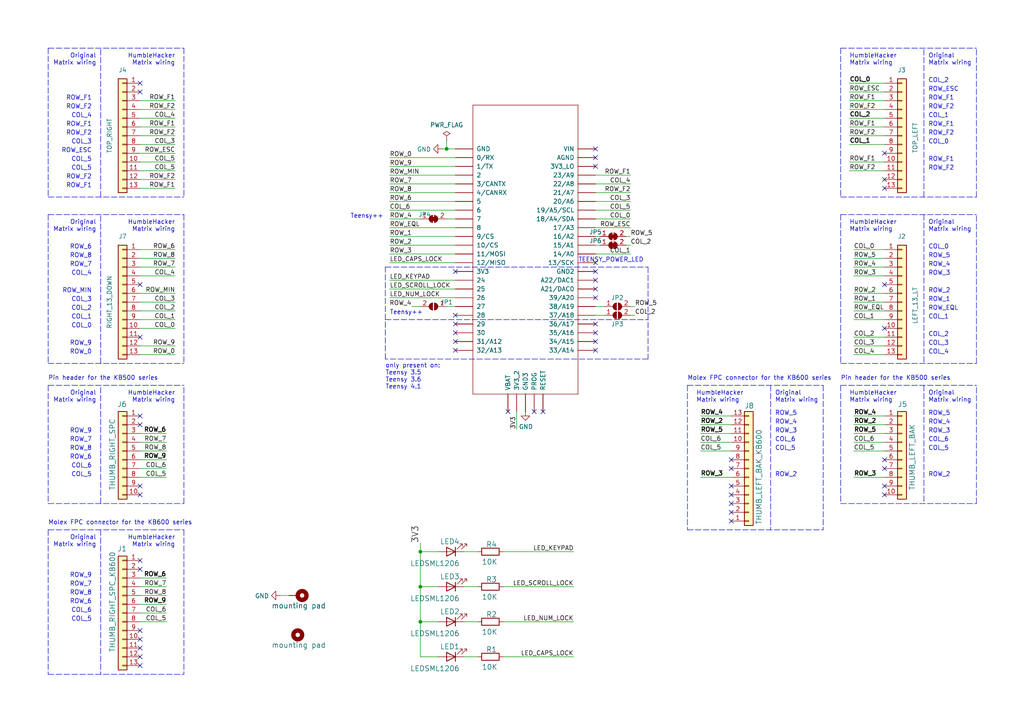
<source format=kicad_sch>
(kicad_sch (version 20211123) (generator eeschema)
  (paper "A4")
  (title_block (title "kinT keyboard controller") (date "2021-06-26") (company "Michael Stapelberg") (comment 1 "https://github.com/kinx-project/kint"))
  (lib_symbols
    (symbol "Connector_Generic:Conn_01x10" (pin_names (offset 1.016) hide)
      (property "Reference" "J" (at 0 12.7 0))
      (property "Value" "Conn_01x10" (at 0 -15.24 0))
      (symbol "Conn_01x10_1_1"
        (rectangle (start -1.27 -12.573) (end 0 -12.827) (stroke (width 0.1524)))
        (rectangle (start -1.27 -10.033) (end 0 -10.287) (stroke (width 0.1524)))
        (rectangle (start -1.27 -7.493) (end 0 -7.747) (stroke (width 0.1524)))
        (rectangle (start -1.27 -4.953) (end 0 -5.207) (stroke (width 0.1524)))
        (rectangle (start -1.27 -2.413) (end 0 -2.667) (stroke (width 0.1524)))
        (rectangle (start -1.27 0.127) (end 0 -0.127) (stroke (width 0.1524)))
        (rectangle (start -1.27 2.667) (end 0 2.413) (stroke (width 0.1524)))
        (rectangle (start -1.27 5.207) (end 0 4.953) (stroke (width 0.1524)))
        (rectangle (start -1.27 7.747) (end 0 7.493) (stroke (width 0.1524)))
        (rectangle (start -1.27 10.287) (end 0 10.033) (stroke (width 0.1524)))
        (rectangle (start -1.27 11.43) (end 1.27 -13.97) (stroke (width 0.254)) (fill (type background)))
        (pin passive line (at -5.08 10.16 0) (length 3.81) (name "Pin_1") (number "1"))
        (pin passive line (at -5.08 -12.7 0) (length 3.81) (name "Pin_10") (number "10"))
        (pin passive line (at -5.08 7.62 0) (length 3.81) (name "Pin_2") (number "2"))
        (pin passive line (at -5.08 5.08 0) (length 3.81) (name "Pin_3") (number "3"))
        (pin passive line (at -5.08 2.54 0) (length 3.81) (name "Pin_4") (number "4"))
        (pin passive line (at -5.08 0 0) (length 3.81) (name "Pin_5") (number "5"))
        (pin passive line (at -5.08 -2.54 0) (length 3.81) (name "Pin_6") (number "6"))
        (pin passive line (at -5.08 -5.08 0) (length 3.81) (name "Pin_7") (number "7"))
        (pin passive line (at -5.08 -7.62 0) (length 3.81) (name "Pin_8") (number "8"))
        (pin passive line (at -5.08 -10.16 0) (length 3.81) (name "Pin_9") (number "9"))
      )
    )
    (symbol "Connector_Generic:Conn_01x13" (pin_names (offset 1.016) hide)
      (property "Reference" "J" (at 0 17.78 0))
      (property "Value" "Conn_01x13" (at 0 -17.78 0))
      (symbol "Conn_01x13_1_1"
        (rectangle (start -1.27 -15.113) (end 0 -15.367) (stroke (width 0.1524)))
        (rectangle (start -1.27 -12.573) (end 0 -12.827) (stroke (width 0.1524)))
        (rectangle (start -1.27 -10.033) (end 0 -10.287) (stroke (width 0.1524)))
        (rectangle (start -1.27 -7.493) (end 0 -7.747) (stroke (width 0.1524)))
        (rectangle (start -1.27 -4.953) (end 0 -5.207) (stroke (width 0.1524)))
        (rectangle (start -1.27 -2.413) (end 0 -2.667) (stroke (width 0.1524)))
        (rectangle (start -1.27 0.127) (end 0 -0.127) (stroke (width 0.1524)))
        (rectangle (start -1.27 2.667) (end 0 2.413) (stroke (width 0.1524)))
        (rectangle (start -1.27 5.207) (end 0 4.953) (stroke (width 0.1524)))
        (rectangle (start -1.27 7.747) (end 0 7.493) (stroke (width 0.1524)))
        (rectangle (start -1.27 10.287) (end 0 10.033) (stroke (width 0.1524)))
        (rectangle (start -1.27 12.827) (end 0 12.573) (stroke (width 0.1524)))
        (rectangle (start -1.27 15.367) (end 0 15.113) (stroke (width 0.1524)))
        (rectangle (start -1.27 16.51) (end 1.27 -16.51) (stroke (width 0.254)) (fill (type background)))
        (pin passive line (at -5.08 15.24 0) (length 3.81) (name "Pin_1") (number "1"))
        (pin passive line (at -5.08 -7.62 0) (length 3.81) (name "Pin_10") (number "10"))
        (pin passive line (at -5.08 -10.16 0) (length 3.81) (name "Pin_11") (number "11"))
        (pin passive line (at -5.08 -12.7 0) (length 3.81) (name "Pin_12") (number "12"))
        (pin passive line (at -5.08 -15.24 0) (length 3.81) (name "Pin_13") (number "13"))
        (pin passive line (at -5.08 12.7 0) (length 3.81) (name "Pin_2") (number "2"))
        (pin passive line (at -5.08 10.16 0) (length 3.81) (name "Pin_3") (number "3"))
        (pin passive line (at -5.08 7.62 0) (length 3.81) (name "Pin_4") (number "4"))
        (pin passive line (at -5.08 5.08 0) (length 3.81) (name "Pin_5") (number "5"))
        (pin passive line (at -5.08 2.54 0) (length 3.81) (name "Pin_6") (number "6"))
        (pin passive line (at -5.08 0 0) (length 3.81) (name "Pin_7") (number "7"))
        (pin passive line (at -5.08 -2.54 0) (length 3.81) (name "Pin_8") (number "8"))
        (pin passive line (at -5.08 -5.08 0) (length 3.81) (name "Pin_9") (number "9"))
      )
    )
    (symbol "Device:LED" (pin_numbers hide) (pin_names (offset 1.016) hide)
      (property "Reference" "D" (at 0 2.54 0))
      (property "Value" "LED" (at 0 -2.54 0))
      (symbol "LED_0_1"
        (polyline (pts (xy -1.27 -1.27) (xy -1.27 1.27)) (stroke (width 0.254)))
        (polyline (pts (xy -1.27 0) (xy 1.27 0)))
        (polyline (pts (xy 1.27 -1.27) (xy 1.27 1.27) (xy -1.27 0) (xy 1.27 -1.27)) (stroke (width 0.254)))
        (polyline (pts (xy -3.048 -0.762) (xy -4.572 -2.286) (xy -3.81 -2.286) (xy -4.572 -2.286) (xy -4.572 -1.524)))
        (polyline (pts (xy -1.778 -0.762) (xy -3.302 -2.286) (xy -2.54 -2.286) (xy -3.302 -2.286) (xy -3.302 -1.524)))
      )
      (symbol "LED_1_1"
        (pin passive line (at -3.81 0 0) (length 2.54) (name "K") (number "1"))
        (pin passive line (at 3.81 0 180) (length 2.54) (name "A") (number "2"))
      )
    )
    (symbol "Device:R" (pin_numbers hide) (pin_names (offset 0))
      (property "Reference" "R" (at 2.032 0 90))
      (property "Value" "R" (at 0 0 90))
      (symbol "R_0_1"
        (rectangle (start -1.016 -2.54) (end 1.016 2.54) (stroke (width 0.254)))
      )
      (symbol "R_1_1"
        (pin passive line (at 0 3.81 270) (length 1.27) (name "~") (number "1"))
        (pin passive line (at 0 -3.81 90) (length 1.27) (name "~") (number "2"))
      )
    )
    (symbol "Jumper:SolderJumper_2_Bridged" (pin_names (offset 0) hide)
      (property "Reference" "JP" (at 0 2.032 0))
      (property "Value" "SolderJumper_2_Bridged" (at 0 -2.54 0))
      (symbol "SolderJumper_2_Bridged_0_1"
        (rectangle (start -0.508 0.508) (end 0.508 -0.508) (fill (type outline)))
        (arc (start -0.254 1.016) (mid -1.27 0) (end -0.254 -1.016))
        (arc (start -0.254 1.016) (mid -1.27 0) (end -0.254 -1.016) (fill (type outline)))
        (polyline (pts (xy -0.254 1.016) (xy -0.254 -1.016)))
        (polyline (pts (xy 0.254 1.016) (xy 0.254 -1.016)))
        (arc (start 0.254 -1.016) (mid 1.27 0) (end 0.254 1.016))
        (arc (start 0.254 -1.016) (mid 1.27 0) (end 0.254 1.016) (fill (type outline)))
      )
      (symbol "SolderJumper_2_Bridged_1_1"
        (pin passive line (at -3.81 0 0) (length 2.54) (name "A") (number "1"))
        (pin passive line (at 3.81 0 180) (length 2.54) (name "B") (number "2"))
      )
    )
    (symbol "Jumper:SolderJumper_2_Open" (pin_names (offset 0) hide)
      (property "Reference" "JP" (at 0 2.032 0))
      (property "Value" "SolderJumper_2_Open" (at 0 -2.54 0))
      (symbol "SolderJumper_2_Open_0_1"
        (arc (start -0.254 1.016) (mid -1.27 0) (end -0.254 -1.016))
        (arc (start -0.254 1.016) (mid -1.27 0) (end -0.254 -1.016) (fill (type outline)))
        (polyline (pts (xy -0.254 1.016) (xy -0.254 -1.016)))
        (polyline (pts (xy 0.254 1.016) (xy 0.254 -1.016)))
        (arc (start 0.254 -1.016) (mid 1.27 0) (end 0.254 1.016))
        (arc (start 0.254 -1.016) (mid 1.27 0) (end 0.254 1.016) (fill (type outline)))
      )
      (symbol "SolderJumper_2_Open_1_1"
        (pin passive line (at -3.81 0 0) (length 2.54) (name "A") (number "1"))
        (pin passive line (at 3.81 0 180) (length 2.54) (name "B") (number "2"))
      )
    )
    (symbol "Mechanical:MountingHole" (pin_names (offset 1.016))
      (property "Reference" "H" (at 0 5.08 0))
      (property "Value" "MountingHole" (at 0 3.175 0))
      (symbol "MountingHole_0_1"
        (circle (center 0 0) (radius 1.27) (stroke (width 1.27)))
      )
    )
    (symbol "Mechanical:MountingHole_Pad" (pin_numbers hide) (pin_names (offset 1.016) hide)
      (property "Reference" "H" (at 0 6.35 0))
      (property "Value" "MountingHole_Pad" (at 0 4.445 0))
      (symbol "MountingHole_Pad_0_1"
        (circle (center 0 1.27) (radius 1.27) (stroke (width 1.27)))
      )
      (symbol "MountingHole_Pad_1_1"
        (pin input line (at 0 -2.54 90) (length 2.54) (name "1") (number "1"))
      )
    )
    (symbol "kinx-eagle-import:TEENSY_3.5_3.6" (pin_names (offset 1.016))
      (symbol "TEENSY_3.5_3.6_1_0"
        (polyline (pts (xy -15.24 -58.42) (xy 15.24 -58.42)))
        (polyline (pts (xy -15.24 25.4) (xy -15.24 -58.42)))
        (polyline (pts (xy -15.24 25.4) (xy 15.24 25.4)))
        (polyline (pts (xy 15.24 25.4) (xy 15.24 -58.42)))
        (pin bidirectional line (at -20.32 10.16 0) (length 5.08) (name "0/RX") (number "0/RX"))
        (pin bidirectional line (at -20.32 7.62 0) (length 5.08) (name "1/TX") (number "1/TX"))
        (pin bidirectional line (at -20.32 -15.24 0) (length 5.08) (name "10/CS") (number "10/CS"))
        (pin bidirectional line (at -20.32 -17.78 0) (length 5.08) (name "11/MOSI") (number "11/MOSI"))
        (pin bidirectional line (at -20.32 -20.32 0) (length 5.08) (name "12/MISO") (number "12/MISO"))
        (pin bidirectional line (at 20.32 -20.32 180) (length 5.08) (name "13/SCK") (number "13/SCK"))
        (pin bidirectional line (at 20.32 -17.78 180) (length 5.08) (name "14/A0") (number "14/A0"))
        (pin bidirectional line (at 20.32 -15.24 180) (length 5.08) (name "15/A1") (number "15/A1"))
        (pin bidirectional line (at 20.32 -12.7 180) (length 5.08) (name "16/A2") (number "16/A2"))
        (pin bidirectional line (at 20.32 -10.16 180) (length 5.08) (name "17/A3") (number "17/A3"))
        (pin bidirectional line (at 20.32 -7.62 180) (length 5.08) (name "18/A4/SDA") (number "18/A4/SDA"))
        (pin bidirectional line (at 20.32 -5.08 180) (length 5.08) (name "19/A5/SCL") (number "19/A5/SCL"))
        (pin bidirectional line (at -20.32 5.08 0) (length 5.08) (name "2") (number "2"))
        (pin bidirectional line (at 20.32 -2.54 180) (length 5.08) (name "20/A6") (number "20/A6"))
        (pin bidirectional line (at 20.32 0 180) (length 5.08) (name "21/A7") (number "21/A7"))
        (pin bidirectional line (at 20.32 -27.94 180) (length 5.08) (name "A21/DAC0") (number "21/DAC0"))
        (pin bidirectional line (at 20.32 2.54 180) (length 5.08) (name "22/A8") (number "22/A8"))
        (pin bidirectional line (at 20.32 5.08 180) (length 5.08) (name "23/A9") (number "23/A9"))
        (pin bidirectional line (at -20.32 -25.4 0) (length 5.08) (name "24") (number "24"))
        (pin bidirectional line (at -20.32 -27.94 0) (length 5.08) (name "25") (number "25"))
        (pin bidirectional line (at -20.32 -30.48 0) (length 5.08) (name "26") (number "26"))
        (pin bidirectional line (at -20.32 -33.02 0) (length 5.08) (name "27") (number "27"))
        (pin bidirectional line (at -20.32 -35.56 0) (length 5.08) (name "28") (number "28"))
        (pin bidirectional line (at -20.32 -38.1 0) (length 5.08) (name "29") (number "29"))
        (pin bidirectional line (at -20.32 2.54 0) (length 5.08) (name "3/CANTX") (number "3/CANTX"))
        (pin bidirectional line (at -20.32 -40.64 0) (length 5.08) (name "30") (number "30"))
        (pin bidirectional line (at -20.32 -43.18 0) (length 5.08) (name "31/A12") (number "31/A12"))
        (pin bidirectional line (at -20.32 -45.72 0) (length 5.08) (name "32/A13") (number "32/A13"))
        (pin bidirectional line (at 20.32 -45.72 180) (length 5.08) (name "33/A14") (number "33/A14"))
        (pin bidirectional line (at 20.32 -43.18 180) (length 5.08) (name "34/A15") (number "34/A15"))
        (pin bidirectional line (at 20.32 -40.64 180) (length 5.08) (name "35/A16") (number "35/A16"))
        (pin bidirectional line (at 20.32 -38.1 180) (length 5.08) (name "36/A17") (number "36/A17"))
        (pin bidirectional line (at 20.32 -35.56 180) (length 5.08) (name "37/A18") (number "37/A18"))
        (pin bidirectional line (at 20.32 -33.02 180) (length 5.08) (name "38/A19") (number "38/A19"))
        (pin bidirectional line (at 20.32 -30.48 180) (length 5.08) (name "39/A20") (number "39/A20"))
        (pin bidirectional line (at -20.32 -22.86 0) (length 5.08) (name "3V3") (number "3V3"))
        (pin bidirectional line (at -2.54 -63.5 90) (length 5.08) (name "3V3_2") (number "3V3_2"))
        (pin bidirectional line (at 20.32 7.62 180) (length 5.08) (name "3V3_LO") (number "3V3_LO"))
        (pin bidirectional line (at -20.32 0 0) (length 5.08) (name "4/CANRX") (number "4/CANRX"))
        (pin bidirectional line (at -20.32 -2.54 0) (length 5.08) (name "5") (number "5"))
        (pin bidirectional line (at -20.32 -5.08 0) (length 5.08) (name "6") (number "6"))
        (pin bidirectional line (at -20.32 -7.62 0) (length 5.08) (name "7") (number "7"))
        (pin bidirectional line (at -20.32 -10.16 0) (length 5.08) (name "8") (number "8"))
        (pin bidirectional line (at -20.32 -12.7 0) (length 5.08) (name "9/CS") (number "9/CS"))
        (pin bidirectional line (at 20.32 -25.4 180) (length 5.08) (name "A22/DAC1") (number "A22/DAC1"))
        (pin bidirectional line (at 20.32 10.16 180) (length 5.08) (name "AGND") (number "AGND"))
        (pin bidirectional line (at -20.32 12.7 0) (length 5.08) (name "GND") (number "GND"))
        (pin bidirectional line (at 20.32 -22.86 180) (length 5.08) (name "GND2") (number "GND2"))
        (pin bidirectional line (at 0 -63.5 90) (length 5.08) (name "GND3") (number "GND3"))
        (pin bidirectional line (at 2.54 -63.5 90) (length 5.08) (name "PROG") (number "PROG"))
        (pin bidirectional line (at 5.08 -63.5 90) (length 5.08) (name "RESET") (number "RESET"))
        (pin bidirectional line (at -5.08 -63.5 90) (length 5.08) (name "VBAT") (number "VBAT"))
        (pin bidirectional line (at 20.32 12.7 180) (length 5.08) (name "VIN") (number "VIN"))
      )
    )
    (symbol "power:GND" (power) (pin_names (offset 0))
      (property "Value" "GND" (at 0 -3.81 0))
      (symbol "GND_0_1"
        (polyline (pts (xy 0 0) (xy 0 -1.27) (xy 1.27 -1.27) (xy 0 -2.54) (xy -1.27 -1.27) (xy 0 -1.27)))
      )
      (symbol "GND_1_1"
        (pin power_in line (at 0 0 270) (length 0) hide (name "GND") (number "1"))
      )
    )
    (symbol "power:PWR_FLAG" (power) (pin_numbers hide) (pin_names (offset 0) hide)
      (property "Value" "PWR_FLAG" (at 0 3.81 0))
      (symbol "PWR_FLAG_0_0"
        (pin power_out line (at 0 0 90) (length 0) (name "pwr") (number "1"))
      )
      (symbol "PWR_FLAG_0_1"
        (polyline (pts (xy 0 0) (xy 0 1.27) (xy -1.016 1.905) (xy 0 2.54) (xy 1.016 1.905) (xy 0 1.27)))
      )
    )
  )
  (junction (at 129.54 43.18))
  (junction (at 121.92 160.02))
  (junction (at 121.92 170.18))
  (junction (at 121.92 180.34))
  (no_connect (at 256.54 95.25))
  (no_connect (at 172.72 43.18))
  (no_connect (at 212.09 143.51))
  (no_connect (at 40.64 24.13))
  (no_connect (at 40.64 120.65))
  (no_connect (at 40.64 190.5))
  (no_connect (at 40.64 140.97))
  (no_connect (at 172.72 76.2))
  (no_connect (at 172.72 81.28))
  (no_connect (at 132.08 99.06))
  (no_connect (at 40.64 182.88))
  (no_connect (at 256.54 52.07))
  (no_connect (at 40.64 193.04))
  (no_connect (at 172.72 78.74))
  (no_connect (at 212.09 140.97))
  (no_connect (at 172.72 83.82))
  (no_connect (at 256.54 135.89))
  (no_connect (at 40.64 26.67))
  (no_connect (at 172.72 101.6))
  (no_connect (at 256.54 143.51))
  (no_connect (at 256.54 82.55))
  (no_connect (at 40.64 97.79))
  (no_connect (at 172.72 96.52))
  (no_connect (at 172.72 48.26))
  (no_connect (at 172.72 93.98))
  (no_connect (at 40.64 162.56))
  (no_connect (at 172.72 86.36))
  (no_connect (at 132.08 78.74))
  (no_connect (at 40.64 123.19))
  (no_connect (at 256.54 140.97))
  (no_connect (at 212.09 133.35))
  (no_connect (at 172.72 99.06))
  (no_connect (at 256.54 54.61))
  (no_connect (at 256.54 133.35))
  (no_connect (at 212.09 135.89))
  (no_connect (at 132.08 96.52))
  (no_connect (at 212.09 148.59))
  (no_connect (at 40.64 143.51))
  (no_connect (at 132.08 91.44))
  (no_connect (at 40.64 82.55))
  (no_connect (at 154.94 119.38))
  (no_connect (at 256.54 44.45))
  (no_connect (at 212.09 151.13))
  (no_connect (at 172.72 45.72))
  (no_connect (at 212.09 146.05))
  (no_connect (at 40.64 185.42))
  (no_connect (at 40.64 187.96))
  (no_connect (at 147.32 119.38))
  (no_connect (at 132.08 93.98))
  (no_connect (at 157.48 119.38))
  (no_connect (at 40.64 165.1))
  (no_connect (at 132.08 101.6))
  (wire (pts (xy 50.8 54.61) (xy 40.64 54.61)))
  (wire (pts (xy 81.28 172.72) (xy 83.82 172.72)))
  (polyline (pts (xy 283.21 146.05) (xy 283.21 111.76)))
  (wire (pts (xy 247.65 77.47) (xy 256.54 77.47)))
  (wire (pts (xy 129.54 40.64) (xy 129.54 43.18)))
  (polyline (pts (xy 187.96 104.14) (xy 111.76 104.14)))
  (wire (pts (xy 247.65 85.09) (xy 256.54 85.09)))
  (wire (pts (xy 48.26 133.35) (xy 40.64 133.35)))
  (polyline (pts (xy 13.97 13.97) (xy 13.97 57.15)))
  (polyline (pts (xy 267.97 111.76) (xy 267.97 146.05)))
  (wire (pts (xy 50.8 100.33) (xy 40.64 100.33)))
  (wire (pts (xy 113.03 45.72) (xy 132.08 45.72)))
  (wire (pts (xy 40.64 44.45) (xy 50.8 44.45)))
  (polyline (pts (xy 13.97 62.23) (xy 13.97 105.41)))
  (wire (pts (xy 203.2 125.73) (xy 212.09 125.73)))
  (wire (pts (xy 129.54 43.18) (xy 132.08 43.18)))
  (wire (pts (xy 247.65 130.81) (xy 256.54 130.81)))
  (wire (pts (xy 149.86 124.46) (xy 149.86 119.38)))
  (wire (pts (xy 146.05 180.34) (xy 166.37 180.34)))
  (wire (pts (xy 50.8 87.63) (xy 40.64 87.63)))
  (wire (pts (xy 247.65 92.71) (xy 256.54 92.71)))
  (wire (pts (xy 246.38 24.13) (xy 256.54 24.13)))
  (wire (pts (xy 40.64 46.99) (xy 50.8 46.99)))
  (wire (pts (xy 48.26 172.72) (xy 40.64 172.72)))
  (wire (pts (xy 246.38 39.37) (xy 256.54 39.37)))
  (polyline (pts (xy 29.21 105.41) (xy 29.21 62.23)))
  (wire (pts (xy 128.27 43.18) (xy 129.54 43.18)))
  (wire (pts (xy 146.05 190.5) (xy 166.37 190.5)))
  (polyline (pts (xy 13.97 195.58) (xy 53.34 195.58)))
  (wire (pts (xy 50.8 52.07) (xy 40.64 52.07)))
  (polyline (pts (xy 13.97 111.76) (xy 53.34 111.76)))
  (wire (pts (xy 129.54 63.5) (xy 132.08 63.5)))
  (polyline (pts (xy 53.34 146.05) (xy 53.34 111.76)))
  (wire (pts (xy 132.08 48.26) (xy 113.03 48.26)))
  (wire (pts (xy 246.38 29.21) (xy 256.54 29.21)))
  (wire (pts (xy 247.65 97.79) (xy 256.54 97.79)))
  (wire (pts (xy 247.65 102.87) (xy 256.54 102.87)))
  (wire (pts (xy 40.64 135.89) (xy 48.26 135.89)))
  (polyline (pts (xy 243.84 146.05) (xy 283.21 146.05)))
  (polyline (pts (xy 243.84 62.23) (xy 243.84 105.41)))
  (polyline (pts (xy 243.84 62.23) (xy 283.21 62.23)))
  (wire (pts (xy 182.88 53.34) (xy 172.72 53.34)))
  (wire (pts (xy 146.05 170.18) (xy 166.37 170.18)))
  (wire (pts (xy 48.26 128.27) (xy 40.64 128.27)))
  (wire (pts (xy 119.38 88.9) (xy 121.92 88.9)))
  (wire (pts (xy 121.92 170.18) (xy 121.92 180.34)))
  (polyline (pts (xy 187.96 77.47) (xy 187.96 104.14)))
  (wire (pts (xy 203.2 120.65) (xy 212.09 120.65)))
  (wire (pts (xy 48.26 175.26) (xy 40.64 175.26)))
  (wire (pts (xy 247.65 90.17) (xy 256.54 90.17)))
  (polyline (pts (xy 111.76 92.71) (xy 187.96 92.71)))
  (polyline (pts (xy 53.34 62.23) (xy 53.34 105.41)))
  (wire (pts (xy 40.64 77.47) (xy 50.8 77.47)))
  (wire (pts (xy 48.26 170.18) (xy 40.64 170.18)))
  (wire (pts (xy 134.62 190.5) (xy 138.43 190.5)))
  (polyline (pts (xy 13.97 153.67) (xy 13.97 195.58)))
  (wire (pts (xy 40.64 92.71) (xy 50.8 92.71)))
  (wire (pts (xy 247.65 72.39) (xy 256.54 72.39)))
  (wire (pts (xy 246.38 49.53) (xy 256.54 49.53)))
  (wire (pts (xy 173.99 68.58) (xy 172.72 68.58)))
  (polyline (pts (xy 238.76 111.76) (xy 238.76 153.67)))
  (wire (pts (xy 121.92 160.02) (xy 121.92 157.48)))
  (wire (pts (xy 121.92 160.02) (xy 121.92 170.18)))
  (wire (pts (xy 40.64 49.53) (xy 50.8 49.53)))
  (wire (pts (xy 182.88 66.04) (xy 172.72 66.04)))
  (wire (pts (xy 48.26 130.81) (xy 40.64 130.81)))
  (wire (pts (xy 247.65 120.65) (xy 256.54 120.65)))
  (wire (pts (xy 182.88 71.12) (xy 181.61 71.12)))
  (wire (pts (xy 127 180.34) (xy 121.92 180.34)))
  (wire (pts (xy 48.26 167.64) (xy 40.64 167.64)))
  (wire (pts (xy 182.88 50.8) (xy 172.72 50.8)))
  (wire (pts (xy 247.65 74.93) (xy 256.54 74.93)))
  (polyline (pts (xy 53.34 153.67) (xy 53.34 195.58)))
  (wire (pts (xy 40.64 31.75) (xy 50.8 31.75)))
  (wire (pts (xy 246.38 46.99) (xy 256.54 46.99)))
  (wire (pts (xy 256.54 123.19) (xy 247.65 123.19)))
  (wire (pts (xy 256.54 128.27) (xy 247.65 128.27)))
  (wire (pts (xy 48.26 125.73) (xy 40.64 125.73)))
  (wire (pts (xy 182.88 55.88) (xy 172.72 55.88)))
  (polyline (pts (xy 53.34 13.97) (xy 53.34 57.15)))
  (wire (pts (xy 113.03 83.82) (xy 132.08 83.82)))
  (polyline (pts (xy 199.39 153.67) (xy 238.76 153.67)))
  (polyline (pts (xy 243.84 57.15) (xy 283.21 57.15)))
  (polyline (pts (xy 267.97 57.15) (xy 267.97 13.97)))
  (wire (pts (xy 247.65 100.33) (xy 256.54 100.33)))
  (wire (pts (xy 113.03 68.58) (xy 132.08 68.58)))
  (wire (pts (xy 134.62 180.34) (xy 138.43 180.34)))
  (polyline (pts (xy 111.76 77.47) (xy 187.96 77.47)))
  (wire (pts (xy 134.62 170.18) (xy 138.43 170.18)))
  (wire (pts (xy 113.03 76.2) (xy 132.08 76.2)))
  (wire (pts (xy 247.65 80.01) (xy 256.54 80.01)))
  (wire (pts (xy 50.8 74.93) (xy 40.64 74.93)))
  (wire (pts (xy 48.26 180.34) (xy 40.64 180.34)))
  (wire (pts (xy 182.88 91.44) (xy 184.15 91.44)))
  (polyline (pts (xy 13.97 153.67) (xy 53.34 153.67)))
  (wire (pts (xy 175.26 88.9) (xy 172.72 88.9)))
  (wire (pts (xy 40.64 41.91) (xy 50.8 41.91)))
  (polyline (pts (xy 29.21 153.67) (xy 29.21 195.58)))
  (polyline (pts (xy 223.52 111.76) (xy 223.52 153.67)))
  (wire (pts (xy 129.54 88.9) (xy 132.08 88.9)))
  (polyline (pts (xy 267.97 62.23) (xy 267.97 105.41)))
  (wire (pts (xy 247.65 125.73) (xy 256.54 125.73)))
  (wire (pts (xy 212.09 123.19) (xy 203.2 123.19)))
  (polyline (pts (xy 29.21 146.05) (xy 29.21 111.76)))
  (wire (pts (xy 50.8 102.87) (xy 40.64 102.87)))
  (wire (pts (xy 48.26 177.8) (xy 40.64 177.8)))
  (wire (pts (xy 184.15 88.9) (xy 182.88 88.9)))
  (wire (pts (xy 50.8 72.39) (xy 40.64 72.39)))
  (polyline (pts (xy 13.97 62.23) (xy 53.34 62.23)))
  (wire (pts (xy 132.08 71.12) (xy 113.03 71.12)))
  (wire (pts (xy 50.8 95.25) (xy 40.64 95.25)))
  (polyline (pts (xy 243.84 105.41) (xy 283.21 105.41)))
  (wire (pts (xy 121.92 180.34) (xy 121.92 190.5)))
  (wire (pts (xy 246.38 34.29) (xy 256.54 34.29)))
  (wire (pts (xy 113.03 66.04) (xy 132.08 66.04)))
  (wire (pts (xy 212.09 128.27) (xy 203.2 128.27)))
  (wire (pts (xy 182.88 73.66) (xy 172.72 73.66)))
  (wire (pts (xy 182.88 60.96) (xy 172.72 60.96)))
  (polyline (pts (xy 243.84 111.76) (xy 283.21 111.76)))
  (polyline (pts (xy 199.39 111.76) (xy 199.39 153.67)))
  (polyline (pts (xy 13.97 111.76) (xy 13.97 146.05)))
  (wire (pts (xy 246.38 41.91) (xy 256.54 41.91)))
  (wire (pts (xy 256.54 138.43) (xy 247.65 138.43)))
  (polyline (pts (xy 111.76 104.14) (xy 111.76 77.47)))
  (wire (pts (xy 175.26 91.44) (xy 172.72 91.44)))
  (wire (pts (xy 132.08 58.42) (xy 113.03 58.42)))
  (wire (pts (xy 173.99 71.12) (xy 172.72 71.12)))
  (polyline (pts (xy 13.97 105.41) (xy 53.34 105.41)))
  (wire (pts (xy 247.65 87.63) (xy 256.54 87.63)))
  (wire (pts (xy 246.38 31.75) (xy 256.54 31.75)))
  (wire (pts (xy 113.03 63.5) (xy 121.92 63.5)))
  (wire (pts (xy 132.08 53.34) (xy 113.03 53.34)))
  (wire (pts (xy 113.03 50.8) (xy 132.08 50.8)))
  (polyline (pts (xy 243.84 13.97) (xy 243.84 57.15)))
  (polyline (pts (xy 13.97 57.15) (xy 53.34 57.15)))
  (wire (pts (xy 113.03 55.88) (xy 132.08 55.88)))
  (wire (pts (xy 134.62 160.02) (xy 138.43 160.02)))
  (wire (pts (xy 113.03 73.66) (xy 132.08 73.66)))
  (polyline (pts (xy 243.84 111.76) (xy 243.84 146.05)))
  (polyline (pts (xy 29.21 57.15) (xy 29.21 13.97)))
  (wire (pts (xy 127 160.02) (xy 121.92 160.02)))
  (wire (pts (xy 132.08 86.36) (xy 113.03 86.36)))
  (polyline (pts (xy 283.21 57.15) (xy 283.21 13.97)))
  (wire (pts (xy 182.88 58.42) (xy 172.72 58.42)))
  (wire (pts (xy 246.38 36.83) (xy 256.54 36.83)))
  (wire (pts (xy 50.8 85.09) (xy 40.64 85.09)))
  (wire (pts (xy 40.64 39.37) (xy 50.8 39.37)))
  (wire (pts (xy 40.64 36.83) (xy 50.8 36.83)))
  (wire (pts (xy 182.88 68.58) (xy 181.61 68.58)))
  (polyline (pts (xy 199.39 111.76) (xy 238.76 111.76)))
  (wire (pts (xy 113.03 81.28) (xy 132.08 81.28)))
  (wire (pts (xy 40.64 29.21) (xy 50.8 29.21)))
  (wire (pts (xy 50.8 80.01) (xy 40.64 80.01)))
  (polyline (pts (xy 13.97 13.97) (xy 53.34 13.97)))
  (wire (pts (xy 127 170.18) (xy 121.92 170.18)))
  (wire (pts (xy 203.2 130.81) (xy 212.09 130.81)))
  (wire (pts (xy 113.03 60.96) (xy 132.08 60.96)))
  (wire (pts (xy 48.26 138.43) (xy 40.64 138.43)))
  (wire (pts (xy 50.8 34.29) (xy 40.64 34.29)))
  (wire (pts (xy 121.92 190.5) (xy 127 190.5)))
  (wire (pts (xy 246.38 26.67) (xy 256.54 26.67)))
  (wire (pts (xy 50.8 90.17) (xy 40.64 90.17)))
  (wire (pts (xy 212.09 138.43) (xy 203.2 138.43)))
  (polyline (pts (xy 13.97 146.05) (xy 53.34 146.05)))
  (polyline (pts (xy 283.21 105.41) (xy 283.21 62.23)))
  (wire (pts (xy 182.88 63.5) (xy 172.72 63.5)))
  (wire (pts (xy 146.05 160.02) (xy 166.37 160.02)))
  (polyline (pts (xy 243.84 13.97) (xy 283.21 13.97)))
  (text "COL_6" (at 269.24 128.27 0) (effects (font (size 1.27 1.27)) (justify left bottom)))
  (text "TEENSY_POWER_LED" (at 186.69 76.2 180) (effects (font (size 1.27 1.27)) (justify right bottom)))
  (text "ROW_F2" (at 26.67 52.07 180) (effects (font (size 1.27 1.27)) (justify right bottom)))
  (text "ROW_F2" (at 269.24 49.53 0) (effects (font (size 1.27 1.27)) (justify left bottom)))
  (text "COL_6" (at 26.67 177.8 180) (effects (font (size 1.27 1.27)) (justify right bottom)))
  (text "ROW_6" (at 26.67 175.26 180) (effects (font (size 1.27 1.27)) (justify right bottom)))
  (text "Pin header for the KB500 series" (at 13.97 110.49 0) (effects (font (size 1.27 1.27)) (justify left bottom)))
  (text "Molex FPC connector for the KB600 series" (at 199.39 110.49 0) (effects (font (size 1.27 1.27)) (justify left bottom)))
  (text "ROW_7" (at 26.67 77.47 180) (effects (font (size 1.27 1.27)) (justify right bottom)))
  (text "COL_3" (at 26.67 87.63 180) (effects (font (size 1.27 1.27)) (justify right bottom)))
  (text "ROW_4" (at 269.24 77.47 0) (effects (font (size 1.27 1.27)) (justify left bottom)))
  (text "ROW_ESC" (at 26.67 44.45 180) (effects (font (size 1.27 1.27)) (justify right bottom)))
  (text "COL_3" (at 269.24 100.33 0) (effects (font (size 1.27 1.27)) (justify left bottom)))
  (text "COL_0" (at 269.24 41.91 0) (effects (font (size 1.27 1.27)) (justify left bottom)))
  (text "Pin header for the KB500 series" (at 243.84 110.49 0) (effects (font (size 1.27 1.27)) (justify left bottom)))
  (text "ROW_3" (at 269.24 80.01 0) (effects (font (size 1.27 1.27)) (justify left bottom)))
  (text "ROW_4" (at 269.24 123.19 0) (effects (font (size 1.27 1.27)) (justify left bottom)))
  (text "ROW_3" (at 224.79 125.73 0) (effects (font (size 1.27 1.27)) (justify left bottom)))
  (text "ROW_2" (at 269.24 138.43 0) (effects (font (size 1.27 1.27)) (justify left bottom)))
  (text "COL_6" (at 224.79 128.27 0) (effects (font (size 1.27 1.27)) (justify left bottom)))
  (text "ROW_1" (at 269.24 87.63 0) (effects (font (size 1.27 1.27)) (justify left bottom)))
  (text "ROW_7" (at 26.67 170.18 180) (effects (font (size 1.27 1.27)) (justify right bottom)))
  (text "ROW_F2" (at 269.24 39.37 0) (effects (font (size 1.27 1.27)) (justify left bottom)))
  (text "Original\nMatrix wiring" (at 269.24 19.05 0) (effects (font (size 1.27 1.27)) (justify left bottom)))
  (text "ROW_5" (at 269.24 74.93 0) (effects (font (size 1.27 1.27)) (justify left bottom)))
  (text "ROW_MIN" (at 26.67 85.09 180) (effects (font (size 1.27 1.27)) (justify right bottom)))
  (text "Teensy++" (at 101.6 63.5 0) (effects (font (size 1.27 1.27)) (justify left bottom)))
  (text "ROW_6" (at 26.67 72.39 180) (effects (font (size 1.27 1.27)) (justify right bottom)))
  (text "ROW_ESC" (at 269.24 26.67 0) (effects (font (size 1.27 1.27)) (justify left bottom)))
  (text "ROW_F1" (at 269.24 36.83 0) (effects (font (size 1.27 1.27)) (justify left bottom)))
  (text "HumbleHacker\nMatrix wiring" (at 246.38 67.31 0) (effects (font (size 1.27 1.27)) (justify left bottom)))
  (text "ROW_6" (at 26.67 133.35 180) (effects (font (size 1.27 1.27)) (justify right bottom)))
  (text "ROW_EQL" (at 269.24 90.17 0) (effects (font (size 1.27 1.27)) (justify left bottom)))
  (text "ROW_F2" (at 269.24 31.75 0) (effects (font (size 1.27 1.27)) (justify left bottom)))
  (text "ROW_9" (at 26.67 125.73 180) (effects (font (size 1.27 1.27)) (justify right bottom)))
  (text "COL_4" (at 26.67 34.29 180) (effects (font (size 1.27 1.27)) (justify right bottom)))
  (text "COL_4" (at 26.67 80.01 180) (effects (font (size 1.27 1.27)) (justify right bottom)))
  (text "COL_5" (at 26.67 138.43 180) (effects (font (size 1.27 1.27)) (justify right bottom)))
  (text "COL_1" (at 269.24 92.71 0) (effects (font (size 1.27 1.27)) (justify left bottom)))
  (text "Original\nMatrix wiring" (at 27.94 116.84 180) (effects (font (size 1.27 1.27)) (justify right bottom)))
  (text "HumbleHacker\nMatrix wiring" (at 50.8 158.75 180) (effects (font (size 1.27 1.27)) (justify right bottom)))
  (text "COL_6" (at 26.67 135.89 180) (effects (font (size 1.27 1.27)) (justify right bottom)))
  (text "COL_1" (at 26.67 92.71 180) (effects (font (size 1.27 1.27)) (justify right bottom)))
  (text "HumbleHacker\nMatrix wiring" (at 246.38 116.84 0) (effects (font (size 1.27 1.27)) (justify left bottom)))
  (text "HumbleHacker\nMatrix wiring" (at 50.8 19.05 180) (effects (font (size 1.27 1.27)) (justify right bottom)))
  (text "COL_0" (at 269.24 72.39 0) (effects (font (size 1.27 1.27)) (justify left bottom)))
  (text "Original\nMatrix wiring" (at 269.24 67.31 0) (effects (font (size 1.27 1.27)) (justify left bottom)))
  (text "COL_5" (at 269.24 130.81 0) (effects (font (size 1.27 1.27)) (justify left bottom)))
  (text "ROW_F1" (at 269.24 29.21 0) (effects (font (size 1.27 1.27)) (justify left bottom)))
  (text "ROW_F1" (at 26.67 36.83 180) (effects (font (size 1.27 1.27)) (justify right bottom)))
  (text "HumbleHacker\nMatrix wiring" (at 246.38 19.05 0) (effects (font (size 1.27 1.27)) (justify left bottom)))
  (text "HumbleHacker\nMatrix wiring" (at 50.8 116.84 180) (effects (font (size 1.27 1.27)) (justify right bottom)))
  (text "ROW_F2" (at 26.67 31.75 180) (effects (font (size 1.27 1.27)) (justify right bottom)))
  (text "ROW_9" (at 26.67 100.33 180) (effects (font (size 1.27 1.27)) (justify right bottom)))
  (text "COL_2" (at 26.67 90.17 180) (effects (font (size 1.27 1.27)) (justify right bottom)))
  (text "COL_5" (at 26.67 49.53 180) (effects (font (size 1.27 1.27)) (justify right bottom)))
  (text "COL_4" (at 269.24 102.87 0) (effects (font (size 1.27 1.27)) (justify left bottom)))
  (text "ROW_F2" (at 26.67 39.37 180) (effects (font (size 1.27 1.27)) (justify right bottom)))
  (text "COL_5" (at 26.67 180.34 180) (effects (font (size 1.27 1.27)) (justify right bottom)))
  (text "Teensy++" (at 113.03 91.44 0) (effects (font (size 1.27 1.27)) (justify left bottom)))
  (text "COL_1" (at 269.24 34.29 0) (effects (font (size 1.27 1.27)) (justify left bottom)))
  (text "ROW_F1" (at 26.67 54.61 180) (effects (font (size 1.27 1.27)) (justify right bottom)))
  (text "ROW_7" (at 26.67 128.27 180) (effects (font (size 1.27 1.27)) (justify right bottom)))
  (text "only present on:\nTeensy 3.5\nTeensy 3.6\nTeensy 4.1" (at 111.76 113.03 0) (effects (font (size 1.27 1.27)) (justify left bottom)))
  (text "ROW_2" (at 269.24 85.09 0) (effects (font (size 1.27 1.27)) (justify left bottom)))
  (text "Original\nMatrix wiring" (at 27.94 67.31 180) (effects (font (size 1.27 1.27)) (justify right bottom)))
  (text "COL_2" (at 269.24 97.79 0) (effects (font (size 1.27 1.27)) (justify left bottom)))
  (text "Original\nMatrix wiring" (at 27.94 19.05 180) (effects (font (size 1.27 1.27)) (justify right bottom)))
  (text "ROW_8" (at 26.67 74.93 180) (effects (font (size 1.27 1.27)) (justify right bottom)))
  (text "ROW_5" (at 224.79 120.65 0) (effects (font (size 1.27 1.27)) (justify left bottom)))
  (text "ROW_3" (at 269.24 125.73 0) (effects (font (size 1.27 1.27)) (justify left bottom)))
  (text "ROW_F1" (at 269.24 46.99 0) (effects (font (size 1.27 1.27)) (justify left bottom)))
  (text "ROW_2" (at 224.79 138.43 0) (effects (font (size 1.27 1.27)) (justify left bottom)))
  (text "ROW_8" (at 26.67 172.72 180) (effects (font (size 1.27 1.27)) (justify right bottom)))
  (text "HumbleHacker\nMatrix wiring" (at 201.93 116.84 0) (effects (font (size 1.27 1.27)) (justify left bottom)))
  (text "ROW_F1" (at 26.67 29.21 180) (effects (font (size 1.27 1.27)) (justify right bottom)))
  (text "ROW_9" (at 26.67 167.64 180) (effects (font (size 1.27 1.27)) (justify right bottom)))
  (text "Original\nMatrix wiring" (at 269.24 116.84 0) (effects (font (size 1.27 1.27)) (justify left bottom)))
  (text "ROW_0" (at 26.67 102.87 180) (effects (font (size 1.27 1.27)) (justify right bottom)))
  (text "COL_3" (at 26.67 41.91 180) (effects (font (size 1.27 1.27)) (justify right bottom)))
  (text "Original\nMatrix wiring" (at 27.94 158.75 180) (effects (font (size 1.27 1.27)) (justify right bottom)))
  (text "ROW_8" (at 26.67 130.81 180) (effects (font (size 1.27 1.27)) (justify right bottom)))
  (text "COL_5" (at 224.79 130.81 0) (effects (font (size 1.27 1.27)) (justify left bottom)))
  (text "ROW_5" (at 269.24 120.65 0) (effects (font (size 1.27 1.27)) (justify left bottom)))
  (text "COL_0" (at 26.67 95.25 180) (effects (font (size 1.27 1.27)) (justify right bottom)))
  (text "COL_2" (at 269.24 24.13 0) (effects (font (size 1.27 1.27)) (justify left bottom)))
  (text "HumbleHacker\nMatrix wiring" (at 50.8 67.31 180) (effects (font (size 1.27 1.27)) (justify right bottom)))
  (text "Molex FPC connector for the KB600 series" (at 13.97 152.4 0) (effects (font (size 1.27 1.27)) (justify left bottom)))
  (text "COL_5" (at 26.67 46.99 180) (effects (font (size 1.27 1.27)) (justify right bottom)))
  (text "ROW_4" (at 224.79 123.19 0) (effects (font (size 1.27 1.27)) (justify left bottom)))
  (text "Original\nMatrix wiring" (at 224.79 116.84 0) (effects (font (size 1.27 1.27)) (justify left bottom)))
  (label "ROW_4" (at 247.65 77.47 0))
  (label "LED_CAPS_LOCK" (at 166.37 190.5 180))
  (label "ROW_7" (at 50.8 77.47 180))
  (label "COL_3" (at 50.8 41.91 180))
  (label "ROW_6" (at 113.03 58.42 0))
  (label "3V3" (at 121.92 157.48 90) (effects (font (size 1.778 1.778))))
  (label "ROW_F2" (at 50.8 52.07 180))
  (label "COL_2" (at 184.15 91.44 0))
  (label "ROW_F2" (at 246.38 39.37 0))
  (label "COL_1" (at 182.88 73.66 180))
  (label "ROW_F1" (at 50.8 54.61 180))
  (label "ROW_8" (at 48.26 130.81 180))
  (label "ROW_F2" (at 50.8 31.75 180))
  (label "ROW_4" (at 113.03 63.5 0))
  (label "COL_1" (at 246.38 41.91 0) (effects (font (thickness 0.254) bold)))
  (label "ROW_5" (at 247.65 74.93 0))
  (label "ROW_4" (at 247.65 120.65 0) (effects (font (thickness 0.254) bold)))
  (label "ROW_7" (at 48.26 170.18 180))
  (label "ROW_MIN" (at 113.03 50.8 0))
  (label "COL_4" (at 182.88 53.34 180))
  (label "COL_5" (at 50.8 49.53 180))
  (label "COL_5" (at 182.88 60.96 180))
  (label "LED_KEYPAD" (at 113.03 81.28 0))
  (label "ROW_7" (at 113.03 53.34 0))
  (label "COL_3" (at 182.88 58.42 180))
  (label "ROW_7" (at 48.26 128.27 180))
  (label "ROW_4" (at 119.38 88.9 180))
  (label "ROW_9" (at 50.8 100.33 180))
  (label "ROW_F1" (at 50.8 36.83 180))
  (label "ROW_F1" (at 246.38 29.21 0))
  (label "ROW_8" (at 50.8 74.93 180))
  (label "ROW_F2" (at 182.88 55.88 180))
  (label "COL_2" (at 246.38 34.29 0) (effects (font (thickness 0.254) bold)))
  (label "ROW_0" (at 113.03 45.72 0))
  (label "ROW_5" (at 203.2 125.73 0) (effects (font (thickness 0.254) bold)))
  (label "COL_5" (at 247.65 130.81 0))
  (label "COL_6" (at 113.03 60.96 0))
  (label "COL_4" (at 50.8 80.01 180))
  (label "LED_KEYPAD" (at 166.37 160.02 180))
  (label "ROW_3" (at 247.65 138.43 0) (effects (font (thickness 0.254) bold)))
  (label "ROW_ESC" (at 182.88 66.04 180))
  (label "ROW_F2" (at 50.8 39.37 180))
  (label "ROW_9" (at 48.26 175.26 180) (effects (font (thickness 0.254) bold)))
  (label "ROW_F2" (at 246.38 31.75 0))
  (label "LED_CAPS_LOCK" (at 113.03 76.2 0))
  (label "ROW_F1" (at 246.38 36.83 0))
  (label "COL_2" (at 182.88 71.12 0))
  (label "ROW_F1" (at 50.8 29.21 180))
  (label "COL_5" (at 203.2 130.81 0))
  (label "COL_4" (at 247.65 102.87 0))
  (label "COL_3" (at 50.8 87.63 180))
  (label "COL_1" (at 50.8 92.71 180))
  (label "ROW_3" (at 113.03 73.66 0))
  (label "COL_2" (at 247.65 97.79 0))
  (label "ROW_5" (at 182.88 68.58 0))
  (label "ROW_6" (at 50.8 72.39 180))
  (label "ROW_F2" (at 246.38 49.53 0))
  (label "COL_6" (at 48.26 135.89 180))
  (label "COL_3" (at 247.65 100.33 0))
  (label "COL_5" (at 50.8 46.99 180))
  (label "LED_SCROLL_LOCK" (at 166.37 170.18 180))
  (label "ROW_2" (at 247.65 123.19 0) (effects (font (thickness 0.254) bold)))
  (label "ROW_2" (at 247.65 85.09 0))
  (label "COL_0" (at 182.88 63.5 180))
  (label "ROW_F1" (at 246.38 46.99 0))
  (label "ROW_EQL" (at 247.65 90.17 0))
  (label "ROW_9" (at 48.26 133.35 180) (effects (font (thickness 0.254) bold)))
  (label "ROW_ESC" (at 246.38 26.67 0))
  (label "COL_0" (at 247.65 72.39 0))
  (label "ROW_1" (at 113.03 68.58 0))
  (label "ROW_2" (at 113.03 71.12 0))
  (label "ROW_5" (at 247.65 125.73 0) (effects (font (thickness 0.254) bold)))
  (label "ROW_8" (at 113.03 55.88 0))
  (label "LED_NUM_LOCK" (at 113.03 86.36 0))
  (label "COL_6" (at 203.2 128.27 0))
  (label "COL_0" (at 50.8 95.25 180))
  (label "ROW_1" (at 247.65 87.63 0))
  (label "ROW_8" (at 48.26 172.72 180))
  (label "ROW_6" (at 48.26 167.64 180) (effects (font (thickness 0.254) bold)))
  (label "ROW_F1" (at 182.88 50.8 180))
  (label "COL_6" (at 247.65 128.27 0))
  (label "COL_1" (at 247.65 92.71 0))
  (label "ROW_0" (at 50.8 102.87 180))
  (label "ROW_5" (at 184.15 88.9 0))
  (label "ROW_2" (at 203.2 123.19 0) (effects (font (thickness 0.254) bold)))
  (label "COL_0" (at 246.38 24.13 0) (effects (font (thickness 0.254) bold)))
  (label "COL_6" (at 48.26 177.8 180))
  (label "LED_SCROLL_LOCK" (at 113.03 83.82 0))
  (label "COL_5" (at 48.26 138.43 180))
  (label "3V3" (at 149.86 124.46 90))
  (label "ROW_EQL" (at 113.03 66.04 0))
  (label "ROW_4" (at 203.2 120.65 0) (effects (font (thickness 0.254) bold)))
  (label "COL_2" (at 50.8 90.17 180))
  (label "ROW_3" (at 203.2 138.43 0) (effects (font (thickness 0.254) bold)))
  (label "LED_NUM_LOCK" (at 166.37 180.34 180))
  (label "COL_4" (at 50.8 34.29 180))
  (label "ROW_3" (at 247.65 80.01 0))
  (label "ROW_MIN" (at 50.8 85.09 180))
  (label "ROW_6" (at 48.26 125.73 180) (effects (font (thickness 0.254) bold)))
  (label "ROW_ESC" (at 50.8 44.45 180))
  (label "COL_5" (at 48.26 180.34 180))
  (label "ROW_9" (at 113.03 48.26 0))
  (symbol (lib_id "Device:R") (at 142.24 190.5 270) (unit 1)
    (property "Reference" "R1" (at 140.97 189.23 90) (effects (font (size 1.4986 1.4986)) (justify left bottom)))
    (property "Value" "10K" (at 139.7 194.31 90) (effects (font (size 1.4986 1.4986)) (justify left bottom)))
    (property "Footprint" "Resistor_SMD:R_1206_3216Metric_Pad1.42x1.75mm_HandSolder" (effects hide))
    (property "digikeypn" "541-3983-1-ND" (effects hide))
    (property "MPN" "CRCW120610K0FKEAC" (effects hide))
    (property "mouserpn" "71-CRCW120610K0FKEAC" (effects hide))
  )
  (symbol (lib_id "Device:LED") (at 130.81 160.02 180) (unit 1)
    (property "Reference" "LED4" (at 133.35 156.21 0) (effects (font (size 1.4986 1.4986)) (justify left bottom)))
    (property "Value" "LEDSML1206" (at 133.35 162.56 0) (effects (font (size 1.4986 1.4986)) (justify left bottom)))
    (property "Footprint" "LED_SMD:LED_1206_3216Metric_Pad1.42x1.75mm_HandSolder" (effects hide))
    (property "digikeypn" "754-1439-1-ND" (effects hide))
    (property "MPN" "APT3216QBC/D" (effects hide))
    (property "mouserpn" "604-APT3216QBC/D" (effects hide))
  )
  (symbol (lib_id "Connector_Generic:Conn_01x10") (at 35.56 130.81 0) (mirror y) (unit 1)
    (property "Reference" "J6" (at 36.83 118.11 0) (effects (font (size 1.4986 1.4986)) (justify left bottom)))
    (property "Value" "THUMB_RIGHT_SPC" (at 31.75 142.24 90) (effects (font (size 1.4986 1.4986)) (justify left bottom)))
    (property "Footprint" "Connector_PinHeader_2.54mm:PinHeader_1x10_P2.54mm_Vertical" (effects hide))
    (property "digikeypn" "WM14526-ND" (effects hide))
    (property "MPN" "39-53-2135" (effects hide))
    (property "mouserpn" "538-39-53-2135" (effects hide))
  )
  (symbol (lib_id "Device:R") (at 142.24 160.02 270) (unit 1)
    (property "Reference" "R4" (at 140.97 158.75 90) (effects (font (size 1.4986 1.4986)) (justify left bottom)))
    (property "Value" "10K" (at 139.7 163.83 90) (effects (font (size 1.4986 1.4986)) (justify left bottom)))
    (property "Footprint" "Resistor_SMD:R_1206_3216Metric_Pad1.42x1.75mm_HandSolder" (effects hide))
    (property "digikeypn" "541-3983-1-ND" (effects hide))
    (property "MPN" "CRCW120610K0FKEAC" (effects hide))
    (property "mouserpn" "71-CRCW120610K0FKEAC" (effects hide))
  )
  (symbol (lib_id "Connector_Generic:Conn_01x10") (at 261.62 130.81 0) (unit 1)
    (property "Reference" "J5" (at 260.35 118.11 0) (effects (font (size 1.4986 1.4986)) (justify left bottom)))
    (property "Value" "THUMB_LEFT_BAK" (at 265.43 142.24 90) (effects (font (size 1.4986 1.4986)) (justify left bottom)))
    (property "Footprint" "Connector_PinHeader_2.54mm:PinHeader_1x10_P2.54mm_Vertical" (effects hide))
    (property "digikeypn" "WM14526-ND" (effects hide))
    (property "MPN" "39-53-2135" (effects hide))
    (property "mouserpn" "538-39-53-2135" (effects hide))
  )
  (symbol (lib_id "Device:R") (at 142.24 180.34 270) (unit 1)
    (property "Reference" "R2" (at 140.97 179.07 90) (effects (font (size 1.4986 1.4986)) (justify left bottom)))
    (property "Value" "10K" (at 139.7 184.15 90) (effects (font (size 1.4986 1.4986)) (justify left bottom)))
    (property "Footprint" "Resistor_SMD:R_1206_3216Metric_Pad1.42x1.75mm_HandSolder" (effects hide))
    (property "digikeypn" "541-3983-1-ND" (effects hide))
    (property "MPN" "CRCW120610K0FKEAC" (effects hide))
    (property "mouserpn" "71-CRCW120610K0FKEAC" (effects hide))
  )
  (symbol (lib_id "Mechanical:MountingHole_Pad") (at 86.36 172.72 270) (unit 1)
    (property "Reference" "H1" (effects hide))
    (property "Value" "mounting pad" (at 78.74 176.53 90) (effects (font (size 1.4986 1.4986)) (justify left bottom)))
    (property "Footprint" "MountingHole:MountingHole_4.3mm_M4_Pad" (effects hide))
  )
  (symbol (lib_id "Device:LED") (at 130.81 170.18 180) (unit 1)
    (property "Reference" "LED3" (at 133.35 166.37 0) (effects (font (size 1.4986 1.4986)) (justify left bottom)))
    (property "Value" "LEDSML1206" (at 133.35 172.72 0) (effects (font (size 1.4986 1.4986)) (justify left bottom)))
    (property "Footprint" "LED_SMD:LED_1206_3216Metric_Pad1.42x1.75mm_HandSolder" (effects hide))
    (property "digikeypn" "754-1439-1-ND" (effects hide))
    (property "MPN" "APT3216QBC/D" (effects hide))
    (property "mouserpn" "604-APT3216QBC/D" (effects hide))
  )
  (symbol (lib_id "Connector_Generic:Conn_01x13") (at 261.62 87.63 0) (unit 1)
    (property "Reference" "J2" (at 260.35 68.58 0) (effects (justify left)))
    (property "Value" "LEFT_13_LT" (at 265.43 93.98 90) (effects (justify left)))
    (property "Footprint" "kinx:39-53-2135" (effects hide))
    (property "digikeypn" "WM14526-ND" (effects hide))
    (property "MPN" "39-53-2135" (effects hide))
    (property "mouserpn" "538-39-53-2135" (effects hide))
  )
  (symbol (lib_id "Connector_Generic:Conn_01x13") (at 35.56 87.63 0) (mirror y) (unit 1)
    (property "Reference" "J7" (at 35.56 68.58 0))
    (property "Value" "RIGHT_13_DOWN" (at 31.75 87.63 90))
    (property "Footprint" "kinx:39-53-2135" (effects hide))
    (property "digikeypn" "WM14526-ND" (effects hide))
    (property "MPN" "39-53-2135" (effects hide))
    (property "mouserpn" "538-39-53-2135" (effects hide))
  )
  (symbol (lib_id "Connector_Generic:Conn_01x13") (at 261.62 39.37 0) (unit 1)
    (property "Reference" "J3" (at 260.35 20.32 0) (effects (justify left)))
    (property "Value" "TOP_LEFT" (at 265.43 44.45 90) (effects (justify left)))
    (property "Footprint" "kinx:39-53-2135" (effects hide))
    (property "digikeypn" "WM14526-ND" (effects hide))
    (property "MPN" "39-53-2135" (effects hide))
    (property "mouserpn" "538-39-53-2135" (effects hide))
  )
  (symbol (lib_id "Connector_Generic:Conn_01x13") (at 35.56 39.37 0) (mirror y) (unit 1)
    (property "Reference" "J4" (at 35.56 20.32 0))
    (property "Value" "TOP_RIGHT" (at 31.75 39.37 90))
    (property "Footprint" "kinx:39-53-2135" (effects hide))
    (property "digikeypn" "WM14526-ND" (effects hide))
    (property "MPN" "39-53-2135" (effects hide))
    (property "mouserpn" "538-39-53-2135" (effects hide))
  )
  (symbol (lib_id "power:GND") (at 128.27 43.18 270) (unit 1)
    (property "Reference" "#PWR0101" (effects hide))
    (property "Value" "GND" (at 125.0188 43.307 90) (effects (justify right)))
  )
  (symbol (lib_id "Jumper:SolderJumper_2_Open") (at 125.73 88.9 180) (unit 1)
    (property "Reference" "JP1" (at 129.54 87.63 0))
    (property "Value" "SolderJumper_2_Open" (effects hide))
    (property "Footprint" "Jumper:SolderJumper-2_P1.3mm_Open_RoundedPad1.0x1.5mm" (effects hide))
  )
  (symbol (lib_id "Jumper:SolderJumper_2_Open") (at 179.07 88.9 0) (unit 1)
    (property "Reference" "JP2" (at 179.07 86.36 0))
    (property "Value" "SolderJumper_2_Open" (effects hide))
    (property "Footprint" "Jumper:SolderJumper-2_P1.3mm_Open_RoundedPad1.0x1.5mm" (effects hide))
  )
  (symbol (lib_id "Jumper:SolderJumper_2_Open") (at 179.07 91.44 0) (unit 1)
    (property "Reference" "JP3" (at 179.07 93.98 0))
    (property "Value" "SolderJumper_2_Open" (effects hide))
    (property "Footprint" "Jumper:SolderJumper-2_P1.3mm_Open_RoundedPad1.0x1.5mm" (effects hide))
  )
  (symbol (lib_id "power:GND") (at 81.28 172.72 270) (unit 1)
    (property "Reference" "#PWR0102" (effects hide))
    (property "Value" "GND" (at 78.0288 172.847 90) (effects (justify right)))
  )
  (symbol (lib_id "power:PWR_FLAG") (at 129.54 40.64 0) (unit 1)
    (property "Reference" "#FLG0101" (effects hide))
    (property "Value" "PWR_FLAG" (at 129.54 36.2458 0))
  )
  (symbol (lib_id "Mechanical:MountingHole") (at 86.36 184.15 270) (unit 1)
    (property "Reference" "H2" (effects hide))
    (property "Value" "mounting pad" (at 78.74 187.96 90) (effects (font (size 1.4986 1.4986)) (justify left bottom)))
    (property "Footprint" "MountingHole:MountingHole_6mm" (effects hide))
  )
  (symbol (lib_id "Connector_Generic:Conn_01x13") (at 35.56 177.8 0) (mirror y) (unit 1)
    (property "Reference" "J1" (at 36.83 160.02 0) (effects (font (size 1.4986 1.4986)) (justify left bottom)))
    (property "Value" "THUMB_RIGHT_SPC_KB600" (at 31.75 189.23 90) (effects (font (size 1.4986 1.4986)) (justify left bottom)))
    (property "Footprint" "kinx:39-53-2135" (effects hide))
    (property "digikeypn" "WM14526-ND" (effects hide))
    (property "MPN" "39-53-2135" (effects hide))
    (property "mouserpn" "538-39-53-2135" (effects hide))
  )
  (symbol (lib_id "Connector_Generic:Conn_01x13") (at 217.17 135.89 0) (mirror x) (unit 1)
    (property "Reference" "J8" (at 215.9 116.84 0) (effects (font (size 1.4986 1.4986)) (justify left bottom)))
    (property "Value" "THUMB_LEFT_BAK_KB600" (at 220.98 124.46 90) (effects (font (size 1.4986 1.4986)) (justify left bottom)))
    (property "Footprint" "kinx:39-53-2135" (effects hide))
    (property "digikeypn" "WM14526-ND" (effects hide))
    (property "MPN" "39-53-2135" (effects hide))
    (property "mouserpn" "538-39-53-2135" (effects hide))
  )
  (symbol (lib_id "Jumper:SolderJumper_2_Bridged") (at 125.73 63.5 0) (unit 1)
    (property "Reference" "JP4" (at 123.19 62.23 0))
    (property "Value" "SolderJumper_2_Bridged" (effects hide))
    (property "Footprint" "Jumper:SolderJumper-2_P1.3mm_Bridged2Bar_RoundedPad1.0x1.5mm" (effects hide))
  )
  (symbol (lib_id "Jumper:SolderJumper_2_Bridged") (at 177.8 68.58 0) (unit 1)
    (property "Reference" "JP5" (at 172.72 67.31 0))
    (property "Value" "SolderJumper_2_Bridged" (effects hide))
    (property "Footprint" "Jumper:SolderJumper-2_P1.3mm_Bridged2Bar_RoundedPad1.0x1.5mm" (effects hide))
  )
  (symbol (lib_id "Jumper:SolderJumper_2_Bridged") (at 177.8 71.12 0) (unit 1)
    (property "Reference" "JP6" (at 172.72 69.85 0))
    (property "Value" "SolderJumper_2_Bridged" (effects hide))
    (property "Footprint" "Jumper:SolderJumper-2_P1.3mm_Bridged2Bar_RoundedPad1.0x1.5mm" (effects hide))
  )
  (symbol (lib_id "power:GND") (at 152.4 119.38 0) (unit 1)
    (property "Reference" "#PWR0103" (effects hide))
    (property "Value" "GND" (at 152.527 123.7742 0))
  )
  (symbol (lib_id "Device:LED") (at 130.81 180.34 180) (unit 1)
    (property "Reference" "LED2" (at 133.35 176.53 0) (effects (font (size 1.4986 1.4986)) (justify left bottom)))
    (property "Value" "LEDSML1206" (at 133.35 182.88 0) (effects (font (size 1.4986 1.4986)) (justify left bottom)))
    (property "Footprint" "LED_SMD:LED_1206_3216Metric_Pad1.42x1.75mm_HandSolder" (effects hide))
    (property "digikeypn" "754-1439-1-ND" (effects hide))
    (property "MPN" "APT3216QBC/D" (effects hide))
    (property "mouserpn" "604-APT3216QBC/D" (effects hide))
  )
  (symbol (lib_id "Device:R") (at 142.24 170.18 270) (unit 1)
    (property "Reference" "R3" (at 140.97 168.91 90) (effects (font (size 1.4986 1.4986)) (justify left bottom)))
    (property "Value" "10K" (at 139.7 173.99 90) (effects (font (size 1.4986 1.4986)) (justify left bottom)))
    (property "Footprint" "Resistor_SMD:R_1206_3216Metric_Pad1.42x1.75mm_HandSolder" (effects hide))
    (property "digikeypn" "541-3983-1-ND" (effects hide))
    (property "MPN" "CRCW120610K0FKEAC" (effects hide))
    (property "mouserpn" "71-CRCW120610K0FKEAC" (effects hide))
  )
  (symbol (lib_id "Device:LED") (at 130.81 190.5 180) (unit 1)
    (property "Reference" "LED1" (at 133.35 186.69 0) (effects (font (size 1.4986 1.4986)) (justify left bottom)))
    (property "Value" "LEDSML1206" (at 133.35 193.04 0) (effects (font (size 1.4986 1.4986)) (justify left bottom)))
    (property "Footprint" "LED_SMD:LED_1206_3216Metric_Pad1.42x1.75mm_HandSolder" (effects hide))
    (property "digikeypn" "754-1439-1-ND" (effects hide))
    (property "MPN" "APT3216QBC/D" (effects hide))
    (property "mouserpn" "604-APT3216QBC/D" (effects hide))
  )
  (symbol (lib_id "kinx-eagle-import:TEENSY_3.5_3.6") (at 152.4 55.88 0) (unit 1)
    (property "Reference" "U1" (effects hide))
    (property "Value" "TEENSY_3.5_3.6" (effects hide))
    (property "Footprint" "kinx:TEENSY_3.5_3.6" (effects hide))
  )
)
</source>
